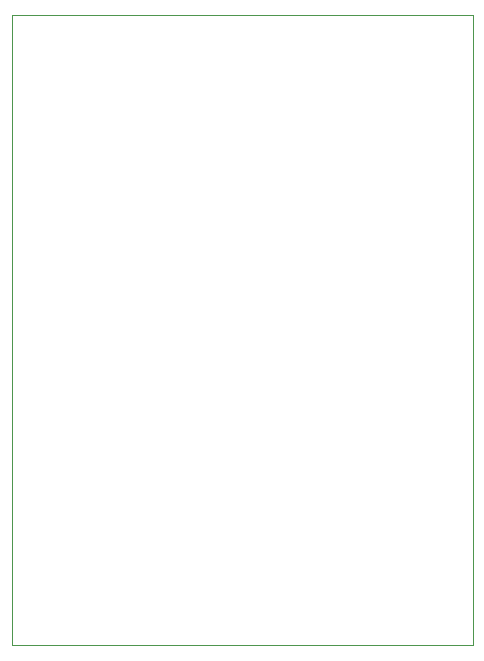
<source format=gbp>
G75*
%MOIN*%
%OFA0B0*%
%FSLAX25Y25*%
%IPPOS*%
%LPD*%
%AMOC8*
5,1,8,0,0,1.08239X$1,22.5*
%
%ADD10C,0.00000*%
D10*
X0003000Y0001800D02*
X0003000Y0211761D01*
X0156701Y0211761D01*
X0156701Y0001800D01*
X0003000Y0001800D01*
M02*

</source>
